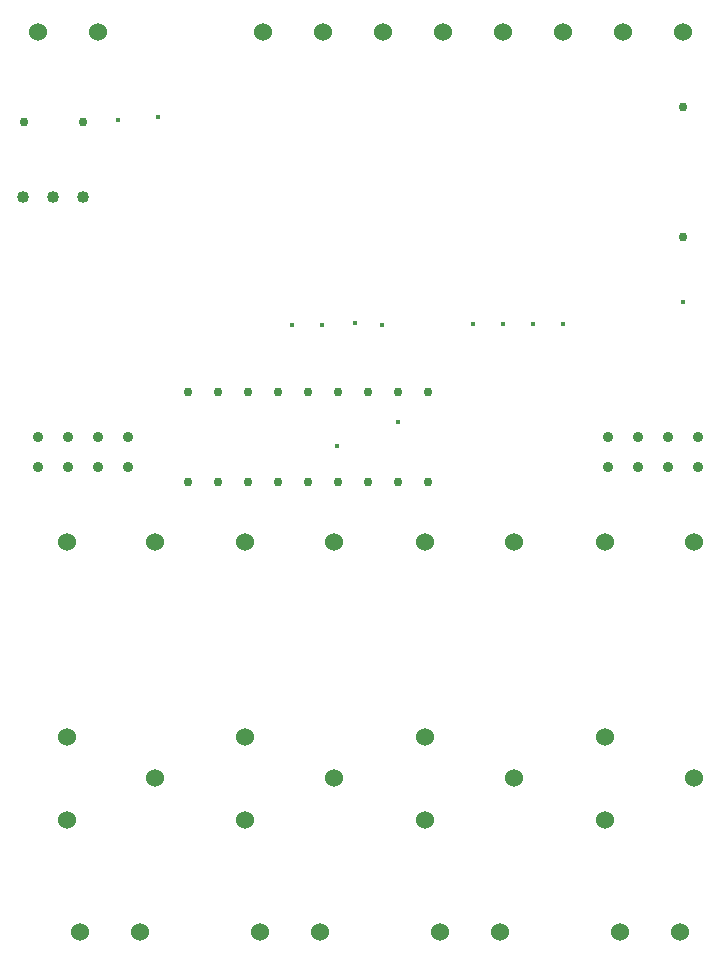
<source format=gbr>
G04 PROTEUS GERBER X2 FILE*
%TF.GenerationSoftware,Labcenter,Proteus,8.5-SP1-Build22252*%
%TF.CreationDate,2016-12-04T16:33:54+00:00*%
%TF.FileFunction,Plated,1,16,PTH*%
%TF.FilePolarity,Positive*%
%TF.Part,Single*%
%FSLAX45Y45*%
%MOMM*%
G01*
%TA.AperFunction,ViaDrill*%
%ADD60C,0.381000*%
%TA.AperFunction,ComponentDrill*%
%ADD61C,1.524000*%
%ADD62C,0.762000*%
%ADD63C,1.016000*%
%ADD64C,0.889000*%
D60*
X-14179852Y+11443489D03*
X-9398000Y+9906000D03*
X-13841567Y+11472157D03*
X-12710079Y+9707961D03*
X-12454568Y+9709472D03*
X-12179269Y+9730771D03*
X-11946373Y+9715706D03*
X-11176000Y+9718040D03*
X-10922000Y+9718040D03*
X-10668000Y+9718040D03*
X-10414000Y+9718040D03*
X-12327063Y+8686840D03*
X-11811000Y+8890000D03*
D61*
X-14859000Y+12192000D03*
X-14351000Y+12192000D03*
X-12954000Y+12192000D03*
X-12446000Y+12192000D03*
X-11938000Y+12192000D03*
X-11430000Y+12192000D03*
X-10922000Y+12192000D03*
X-10414000Y+12192000D03*
X-9906000Y+12192000D03*
X-9398000Y+12192000D03*
X-14502000Y+4572000D03*
X-13994000Y+4572000D03*
X-12978000Y+4572000D03*
X-12470000Y+4572000D03*
X-11454000Y+4572000D03*
X-10946000Y+4572000D03*
X-9930000Y+4572000D03*
X-9422000Y+4572000D03*
X-14617000Y+7874000D03*
X-13867000Y+7874000D03*
X-13867000Y+5874000D03*
X-14617000Y+6224000D03*
X-14617000Y+5524000D03*
X-13105000Y+7874000D03*
X-12355000Y+7874000D03*
X-12355000Y+5874000D03*
X-13105000Y+6224000D03*
X-13105000Y+5524000D03*
X-11581000Y+7874000D03*
X-10831000Y+7874000D03*
X-10831000Y+5874000D03*
X-11581000Y+6224000D03*
X-11581000Y+5524000D03*
X-10057000Y+7874000D03*
X-9307000Y+7874000D03*
X-9307000Y+5874000D03*
X-10057000Y+6224000D03*
X-10057000Y+5524000D03*
D62*
X-11557000Y+9144000D03*
X-11811000Y+9144000D03*
X-12065000Y+9144000D03*
X-12319000Y+9144000D03*
X-12573000Y+9144000D03*
X-12827000Y+9144000D03*
X-13081000Y+9144000D03*
X-13335000Y+9144000D03*
X-13589000Y+9144000D03*
X-13589000Y+8382000D03*
X-13335000Y+8382000D03*
X-13081000Y+8382000D03*
X-12827000Y+8382000D03*
X-12573000Y+8382000D03*
X-12319000Y+8382000D03*
X-12065000Y+8382000D03*
X-11811000Y+8382000D03*
X-11557000Y+8382000D03*
D63*
X-14986000Y+10795000D03*
X-14732000Y+10795000D03*
X-14478000Y+10795000D03*
D62*
X-14978000Y+11430000D03*
X-14478000Y+11430000D03*
X-9398000Y+10457000D03*
X-9398000Y+11557000D03*
D64*
X-14859000Y+8509000D03*
X-14859000Y+8763000D03*
X-14605000Y+8509000D03*
X-14605000Y+8763000D03*
X-14351000Y+8509000D03*
X-14351000Y+8763000D03*
X-14097000Y+8509000D03*
X-14097000Y+8763000D03*
X-10033000Y+8509000D03*
X-10033000Y+8763000D03*
X-9779000Y+8509000D03*
X-9779000Y+8763000D03*
X-9525000Y+8509000D03*
X-9525000Y+8763000D03*
X-9271000Y+8509000D03*
X-9271000Y+8763000D03*
M02*

</source>
